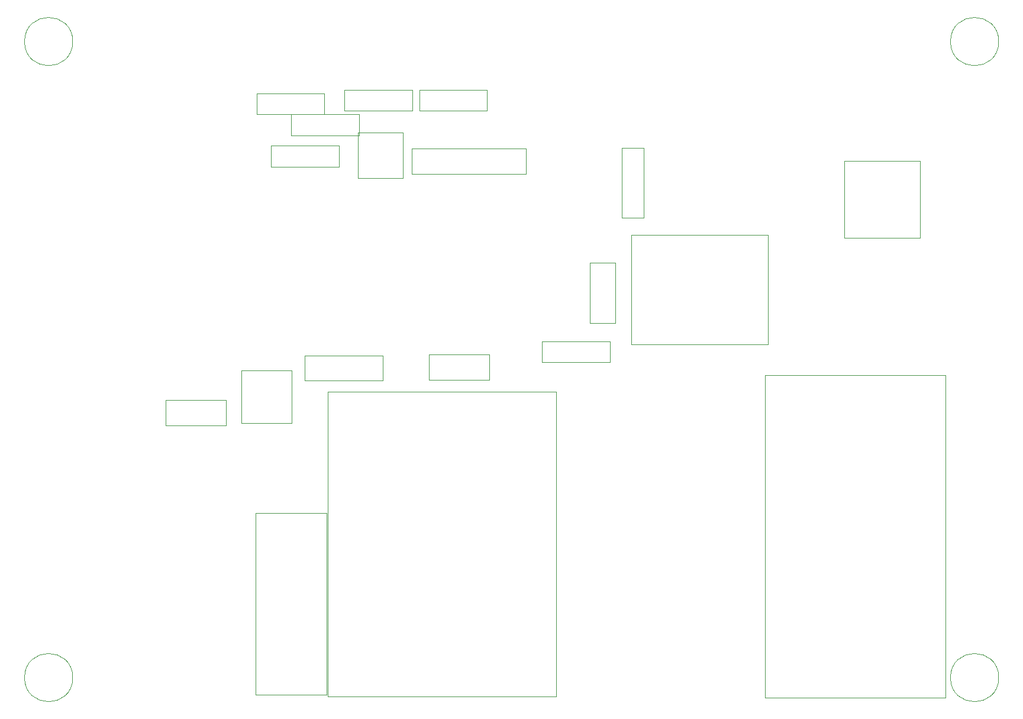
<source format=gbr>
%TF.GenerationSoftware,KiCad,Pcbnew,(7.0.0-0)*%
%TF.CreationDate,2024-05-26T10:43:26+02:00*%
%TF.ProjectId,SwitchFoil,53776974-6368-4466-9f69-6c2e6b696361,rev?*%
%TF.SameCoordinates,Original*%
%TF.FileFunction,Other,User*%
%FSLAX46Y46*%
G04 Gerber Fmt 4.6, Leading zero omitted, Abs format (unit mm)*
G04 Created by KiCad (PCBNEW (7.0.0-0)) date 2024-05-26 10:43:26*
%MOMM*%
%LPD*%
G01*
G04 APERTURE LIST*
%ADD10C,0.050000*%
G04 APERTURE END LIST*
D10*
%TO.C,R10*%
X118290689Y-66502003D02*
X118290689Y-69502003D01*
X118290689Y-69502003D02*
X128010689Y-69502003D01*
X128010689Y-66502003D02*
X118290689Y-66502003D01*
X128010689Y-69502003D02*
X128010689Y-66502003D01*
%TO.C,R13*%
X154240000Y-99000000D02*
X154240000Y-102000000D01*
X154240000Y-102000000D02*
X163960000Y-102000000D01*
X163960000Y-99000000D02*
X154240000Y-99000000D01*
X163960000Y-102000000D02*
X163960000Y-99000000D01*
%TO.C,JP1*%
X109000000Y-107400000D02*
X100350000Y-107400000D01*
X100350000Y-107400000D02*
X100350000Y-111000000D01*
X109000000Y-111000000D02*
X109000000Y-107400000D01*
X100350000Y-111000000D02*
X109000000Y-111000000D01*
%TO.C,H2*%
X219560599Y-56092000D02*
G75*
G03*
X219560599Y-56092000I-3450000J0D01*
G01*
%TO.C,J9*%
X131414875Y-101000000D02*
X120214875Y-101000000D01*
X120214875Y-101000000D02*
X120214875Y-104600000D01*
X131414875Y-104600000D02*
X131414875Y-101000000D01*
X120214875Y-104600000D02*
X131414875Y-104600000D01*
%TO.C,J1*%
X151900000Y-71400000D02*
X135600000Y-71400000D01*
X135600000Y-71400000D02*
X135600000Y-75000000D01*
X151900000Y-75000000D02*
X151900000Y-71400000D01*
X135600000Y-75000000D02*
X151900000Y-75000000D01*
%TO.C,PS2*%
X186080000Y-150007500D02*
X211980000Y-150007500D01*
X186080000Y-150007500D02*
X186080000Y-103807500D01*
X211980000Y-150007500D02*
X211980000Y-103807500D01*
X186080000Y-103807500D02*
X211980000Y-103807500D01*
%TO.C,H4*%
X87058000Y-147090624D02*
G75*
G03*
X87058000Y-147090624I-3450000J0D01*
G01*
%TO.C,T1*%
X123520898Y-149768752D02*
X156200000Y-149768752D01*
X156200000Y-149768752D02*
X156200000Y-106231248D01*
X156200000Y-106231248D02*
X123520898Y-106231248D01*
X123520898Y-106231248D02*
X123520898Y-149768752D01*
%TO.C,D1*%
X134290000Y-75650000D02*
X134290000Y-69150000D01*
X134290000Y-69150000D02*
X127840000Y-69150000D01*
X127840000Y-75650000D02*
X134290000Y-75650000D01*
X127840000Y-69150000D02*
X127840000Y-75650000D01*
%TO.C,K1*%
X166950000Y-99450000D02*
X166950000Y-83750000D01*
X166950000Y-99450000D02*
X186550000Y-99450000D01*
X186550000Y-83750000D02*
X166950000Y-83750000D01*
X186550000Y-83750000D02*
X186550000Y-99450000D01*
%TO.C,J7*%
X197490000Y-84200000D02*
X208300000Y-84200000D01*
X208300000Y-84200000D02*
X208300000Y-73200000D01*
X197490000Y-73200000D02*
X197490000Y-84200000D01*
X208300000Y-73200000D02*
X197490000Y-73200000D01*
%TO.C,R8*%
X135670000Y-66000000D02*
X135670000Y-63000000D01*
X135670000Y-63000000D02*
X125950000Y-63000000D01*
X125950000Y-66000000D02*
X135670000Y-66000000D01*
X125950000Y-63000000D02*
X125950000Y-66000000D01*
%TO.C,R7*%
X146360000Y-66000000D02*
X146360000Y-63000000D01*
X146360000Y-63000000D02*
X136640000Y-63000000D01*
X136640000Y-66000000D02*
X146360000Y-66000000D01*
X136640000Y-63000000D02*
X136640000Y-66000000D01*
%TO.C,R9*%
X113350000Y-63500000D02*
X113350000Y-66500000D01*
X113350000Y-66500000D02*
X123070000Y-66500000D01*
X123070000Y-63500000D02*
X113350000Y-63500000D01*
X123070000Y-66500000D02*
X123070000Y-63500000D01*
%TO.C,D5*%
X168800000Y-71350000D02*
X165600000Y-71350000D01*
X165600000Y-71350000D02*
X165600000Y-81270000D01*
X168800000Y-81270000D02*
X168800000Y-71350000D01*
X165600000Y-81270000D02*
X168800000Y-81270000D01*
%TO.C,H3*%
X87058000Y-56092000D02*
G75*
G03*
X87058000Y-56092000I-3450000J0D01*
G01*
%TO.C,Q2*%
X164700000Y-96380000D02*
X164700000Y-87730000D01*
X164700000Y-87730000D02*
X161100000Y-87730000D01*
X161100000Y-96380000D02*
X164700000Y-96380000D01*
X161100000Y-87730000D02*
X161100000Y-96380000D01*
%TO.C,F1*%
X113250000Y-149550000D02*
X113250000Y-123550000D01*
X123350000Y-149550000D02*
X113250000Y-149550000D01*
X113250000Y-123550000D02*
X123350000Y-123550000D01*
X123350000Y-123550000D02*
X123350000Y-149550000D01*
%TO.C,J10*%
X146700000Y-100900000D02*
X138050000Y-100900000D01*
X138050000Y-100900000D02*
X138050000Y-104500000D01*
X146700000Y-104500000D02*
X146700000Y-100900000D01*
X138050000Y-104500000D02*
X146700000Y-104500000D01*
%TO.C,RV1*%
X118350000Y-103150000D02*
X111200000Y-103150000D01*
X111200000Y-103150000D02*
X111200000Y-110700000D01*
X118350000Y-110700000D02*
X118350000Y-103150000D01*
X111200000Y-110700000D02*
X118350000Y-110700000D01*
%TO.C,R1*%
X115450000Y-71000000D02*
X115450000Y-74000000D01*
X115450000Y-74000000D02*
X125170000Y-74000000D01*
X125170000Y-71000000D02*
X115450000Y-71000000D01*
X125170000Y-74000000D02*
X125170000Y-71000000D01*
%TO.C,H1*%
X219560599Y-147090624D02*
G75*
G03*
X219560599Y-147090624I-3450000J0D01*
G01*
%TD*%
M02*

</source>
